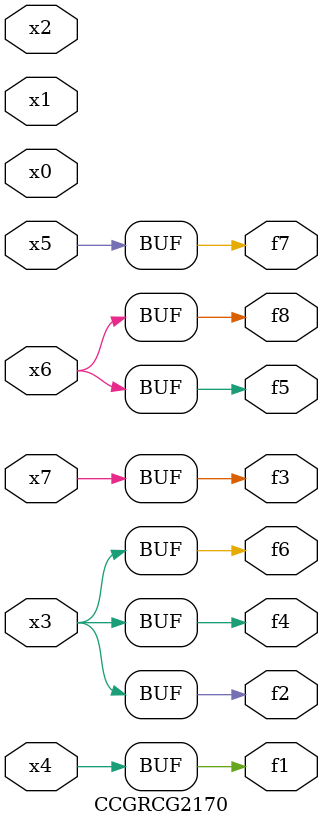
<source format=v>
module CCGRCG2170(
	input x0, x1, x2, x3, x4, x5, x6, x7,
	output f1, f2, f3, f4, f5, f6, f7, f8
);
	assign f1 = x4;
	assign f2 = x3;
	assign f3 = x7;
	assign f4 = x3;
	assign f5 = x6;
	assign f6 = x3;
	assign f7 = x5;
	assign f8 = x6;
endmodule

</source>
